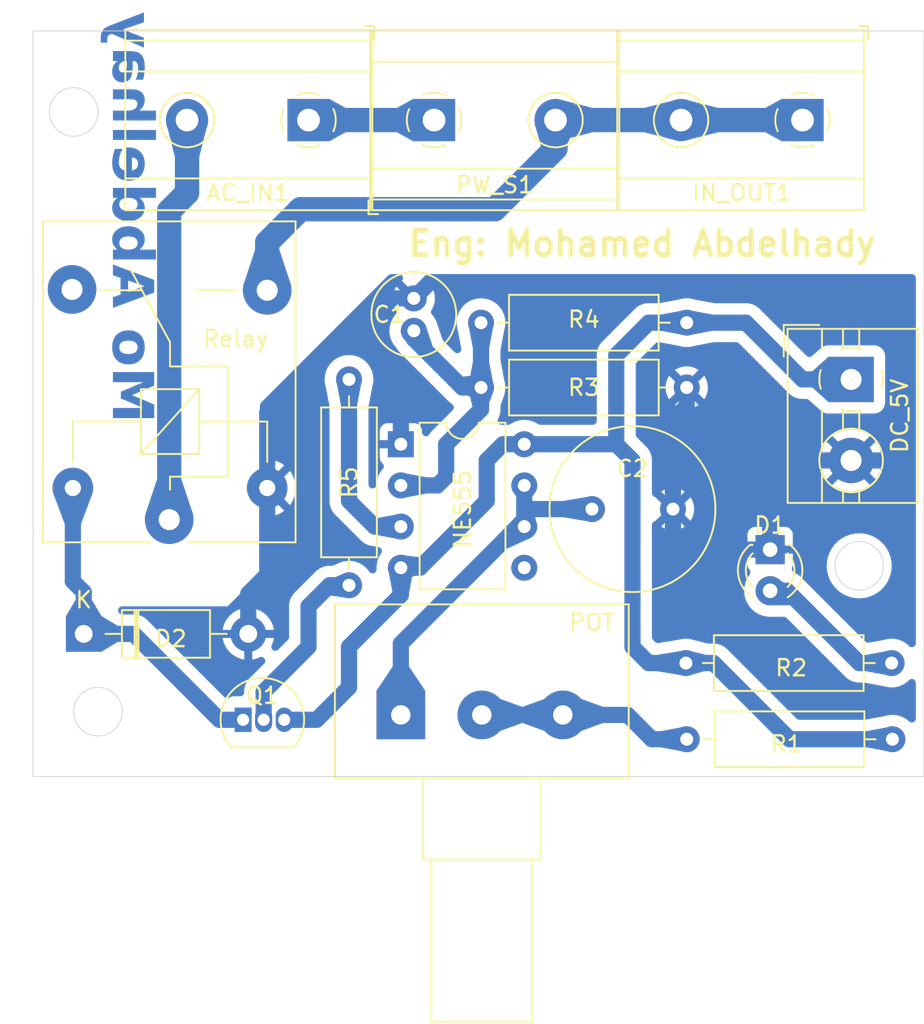
<source format=kicad_pcb>
(kicad_pcb (version 20241229) (generator "pcbnew") (generator_version "9.0")
  (layers (0 "F.Cu" signal) (2 "B.Cu" signal) (13 "F.Paste" user) (15 "B.Paste" user) (5 "F.SilkS" user "F.Silkscreen") (7 "B.SilkS" user "B.Silkscreen") (1 "F.Mask" user) (3 "B.Mask" user) (25 "Edge.Cuts" user))
  (net 0 "")
  (net 1 "Net-(U1-TR)")
  (net 2 "Net-(U1-DIS)")
  (net 3 "GND")
  (net 4 "VCC")
  (net 5 "Net-(D2-K)")
  (net 6 "Net-(Q1-B)")
  (net 7 "Net-(U1-Q)")
  (net 9 "Net-(AC_IN1-Pin_1)")
  (net 10 "Net-(AC_IN1-Pin_2)")
  (net 11 "Net-(IN_OUT1-Pin_1)")
  (net 12 "Net-(D1-A)")
  (net 13 "Net-(R100k2-Pad1)")
  (footprint "Resistor_THT:R_Axial_DIN0309_L9.0mm_D3.2mm_P12.70mm_Horizontal" (layer "F.Cu") (at 120.35 119.2)
    (property "Reference" "R1" (at 6.15 0.3 0) (layer "F.SilkS"))
    (property "Value" "100K" (hide yes))
    (fp_line (start 1.04 0) (end 1.73 0) (stroke (width 0.12)) (layer "F.SilkS"))
    (fp_line (start 1.73 -1.72) (end 1.73 1.72) (stroke (width 0.12)) (layer "F.SilkS"))
    (fp_line (start 1.73 1.72) (end 10.97 1.72) (stroke (width 0.12)) (layer "F.SilkS"))
    (fp_line (start 10.97 -1.72) (end 1.73 -1.72) (stroke (width 0.12)) (layer "F.SilkS"))
    (fp_line (start 10.97 1.72) (end 10.97 -1.72) (stroke (width 0.12)) (layer "F.SilkS"))
    (fp_line (start 11.66 0) (end 10.97 0) (stroke (width 0.12)) (layer "F.SilkS"))
    (pad "1" thru_hole circle (at 0 0) (size 1.6 1.6) (drill 0.8) (layers "*.Cu" "*.Mask") (net 13 "Net-(R100k2-Pad1)"))
    (pad "2" thru_hole oval (at 12.7 0) (size 1.6 1.6) (drill 0.8) (layers "*.Cu" "*.Mask") (net 4 "VCC"))
  )
  (footprint "Resistor_THT:R_Axial_DIN0309_L9.0mm_D3.2mm_P12.70mm_Horizontal" (layer "F.Cu") (at 120.35 97.5 180)
    (property "Reference" "R3" (at 6.35 0 0) (layer "F.SilkS"))
    (property "Value" "100K" (hide yes))
    (fp_line (start 11.66 0) (end 10.97 0) (stroke (width 0.12)) (layer "F.SilkS"))
    (fp_line (start 10.97 1.72) (end 10.97 -1.72) (stroke (width 0.12)) (layer "F.SilkS"))
    (fp_line (start 10.97 -1.72) (end 1.73 -1.72) (stroke (width 0.12)) (layer "F.SilkS"))
    (fp_line (start 1.73 1.72) (end 10.97 1.72) (stroke (width 0.12)) (layer "F.SilkS"))
    (fp_line (start 1.73 -1.72) (end 1.73 1.72) (stroke (width 0.12)) (layer "F.SilkS"))
    (fp_line (start 1.04 0) (end 1.73 0) (stroke (width 0.12)) (layer "F.SilkS"))
    (pad "1" thru_hole circle (at 0 0 180) (size 1.6 1.6) (drill 0.8) (layers "*.Cu" "*.Mask") (net 3 "GND"))
    (pad "2" thru_hole oval (at 12.7 0 180) (size 1.6 1.6) (drill 0.8) (layers "*.Cu" "*.Mask") (net 1 "Net-(U1-TR)"))
  )
  (footprint "LED_THT:LED_D3.0mm" (layer "F.Cu") (at 125.5 107.5 -90)
    (property "Reference" "D1" (at -1.5 0 180) (layer "F.SilkS"))
    (property "Value" "LED")
    (fp_line (start -0.29 1.08) (end -0.29 1.236) (stroke (width 0.12)) (layer "F.SilkS"))
    (fp_line (start -0.29 -1.236) (end -0.29 -1.08) (stroke (width 0.12)) (layer "F.SilkS"))
    (fp_arc (start 2.31113 1.079837) (mid 1.270117 1.5) (end 0.229039 1.08) (stroke (width 0.12)) (layer "F.SilkS"))
    (fp_arc (start 2.942335 1.078608) (mid 1.366487 1.987659) (end -0.29 1.235516) (stroke (width 0.12)) (layer "F.SilkS"))
    (fp_arc (start 0.229039 -1.08) (mid 1.270117 -1.5) (end 2.31113 -1.079837) (stroke (width 0.12)) (layer "F.SilkS"))
    (fp_arc (start -0.29 -1.235516) (mid 1.366487 -1.987659) (end 2.942335 -1.078608) (stroke (width 0.12)) (layer "F.SilkS"))
    (pad "1" thru_hole rect (at 0 0 270) (size 1.8 1.8) (drill 0.9) (layers "*.Cu" "*.Mask") (net 3 "GND"))
    (pad "2" thru_hole circle (at 2.54 0 270) (size 1.8 1.8) (drill 0.9) (layers "*.Cu" "*.Mask") (net 12 "Net-(D1-A)"))
  )
  (footprint "Potentiometer_THT:Potentiometer_Alps_RK163_Single_Horizontal" (layer "F.Cu") (at 102.7 117.7 90)
    (property "Reference" "POT" (at 5.7 11.8 180) (layer "F.SilkS"))
    (property "Value" "R_Potentiometer" (hide yes))
    (fp_line (start 6.82 -4.07) (end -3.92 -4.07) (stroke (width 0.12)) (layer "F.SilkS"))
    (fp_line (start -3.92 1.38) (end -8.92 1.38) (stroke (width 0.12)) (layer "F.SilkS"))
    (fp_line (start -8.92 1.88) (end -18.92 1.88) (stroke (width 0.12)) (layer "F.SilkS"))
    (fp_line (start -8.92 8.12) (end -18.92 8.12) (stroke (width 0.12)) (layer "F.SilkS"))
    (fp_line (start -18.92 8.12) (end -18.92 1.88) (stroke (width 0.12)) (layer "F.SilkS"))
    (fp_line (start -3.92 8.62) (end -8.92 8.62) (stroke (width 0.12)) (layer "F.SilkS"))
    (fp_line (start -8.92 8.62) (end -8.92 1.38) (stroke (width 0.12)) (layer "F.SilkS"))
    (fp_line (start 6.82 14.07) (end 6.82 -4.07) (stroke (width 0.12)) (layer "F.SilkS"))
    (fp_line (start 6.82 14.07) (end -3.92 14.07) (stroke (width 0.12)) (layer "F.SilkS"))
    (fp_line (start -3.92 14.07) (end -3.92 -4.07) (stroke (width 0.12)) (layer "F.SilkS"))
    (pad "1" thru_hole rect (at 0 0 270) (size 3 3) (drill 1.2) (layers "*.Cu" "*.Mask") (net 2 "Net-(U1-DIS)"))
    (pad "2" thru_hole circle (at 0 5 270) (size 3 3) (drill 1.2) (layers "*.Cu" "*.Mask") (net 13 "Net-(R100k2-Pad1)"))
    (pad "3" thru_hole circle (at 0 10 270) (size 3 3) (drill 1.2) (layers "*.Cu" "*.Mask") (net 13 "Net-(R100k2-Pad1)"))
  )
  (footprint "Relay_THT:Relay_SPDT_SANYOU_SRD_Series_Form_C" (layer "F.Cu") (at 88.4 105.65 90)
    (property "Reference" "Relay" (at 11.15 4.1 180) (layer "F.SilkS"))
    (property "Value" "5V")
    (fp_line (start 18.4 -7.8) (end 18.4 7.8) (stroke (width 0.12)) (layer "F.SilkS"))
    (fp_line (start -1.4 -7.8) (end 18.4 -7.8) (stroke (width 0.12)) (layer "F.SilkS"))
    (fp_line (start -1.4 -7.8) (end -1.4 -1.2) (stroke (width 0.12)) (layer "F.SilkS"))
    (fp_line (start 6.05 -5.95) (end 3.55 -5.95) (stroke (width 0.12)) (layer "F.SilkS"))
    (fp_line (start 6.05 -5.95) (end 6.05 -1.75) (stroke (width 0.12)) (layer "F.SilkS"))
    (fp_line (start 14.15 -4.2) (end 14.15 -1.7) (stroke (width 0.12)) (layer "F.SilkS"))
    (fp_line (start 8.05 -1.75) (end 8.05 1.85) (stroke (width 0.12)) (layer "F.SilkS"))
    (fp_line (start 4.05 -1.75) (end 8.05 -1.75) (stroke (width 0.12)) (layer "F.SilkS"))
    (fp_line (start 10.95 0.05) (end 15.55 -2.45) (stroke (width 0.12)) (layer "F.SilkS"))
    (fp_line (start 9.45 0.05) (end 10.95 0.05) (stroke (width 0.12)) (layer "F.SilkS"))
    (fp_line (start 9.45 0.05) (end 9.45 3.65) (stroke (width 0.12)) (layer "F.SilkS"))
    (fp_line (start 2.65 0.05) (end 1.85 0.05) (stroke (width 0.12)) (layer "F.SilkS"))
    (fp_line (start 2.65 0.05) (end 2.65 3.65) (stroke (width 0.12)) (layer "F.SilkS"))
    (fp_line (start -1.4 1.2) (end -1.4 7.8) (stroke (width 0.12)) (layer "F.SilkS"))
    (fp_line (start 8.05 1.85) (end 4.05 -1.75) (stroke (width 0.12)) (layer "F.SilkS"))
    (fp_line (start 8.05 1.85) (end 4.05 1.85) (stroke (width 0.12)) (layer "F.SilkS"))
    (fp_line (start 6.05 1.85) (end 6.05 6.05) (stroke (width 0.12)) (layer "F.SilkS"))
    (fp_line (start 4.05 1.85) (end 4.05 -1.75) (stroke (width 0.12)) (layer "F.SilkS"))
    (fp_line (start 9.45 3.65) (end 2.65 3.65) (stroke (width 0.12)) (layer "F.SilkS"))
    (fp_line (start 14.15 4.2) (end 14.15 1.75) (stroke (width 0.12)) (layer "F.SilkS"))
    (fp_line (start 3.55 6.05) (end 6.05 6.05) (stroke (width 0.12)) (layer "F.SilkS"))
    (fp_line (start 18.4 7.8) (end -1.4 7.8) (stroke (width 0.12)) (layer "F.SilkS"))
    (pad "1" thru_hole circle (at 0 0 180) (size 3 3) (drill 1.3) (layers "*.Cu" "*.Mask") (net 10 "Net-(AC_IN1-Pin_2)"))
    (pad "2" thru_hole circle (at 1.95 6.05 180) (size 2.5 2.5) (drill 1) (layers "*.Cu" "*.Mask") (net 3 "GND"))
    (pad "3" thru_hole circle (at 14.15 6.05 180) (size 3 3) (drill 1.3) (layers "*.Cu" "*.Mask") (net 11 "Net-(IN_OUT1-Pin_1)"))
    (pad "4" thru_hole circle (at 14.2 -6 180) (size 3 3) (drill 1.3) (layers "*.Cu" "*.Mask"))
    (pad "5" thru_hole circle (at 1.95 -5.95 180) (size 2.5 2.5) (drill 1) (layers "*.Cu" "*.Mask") (net 5 "Net-(D2-K)"))
  )
  (footprint "TerminalBlock:TerminalBlock_MaiXu_MX126-5.0-02P_1x02_P5.00mm" (layer "F.Cu") (at 130.5 97 -90)
    (property "Reference" "DC_5V" (at 2.25 -3 90) (layer "F.SilkS"))
    (property "Value" "Screw_Terminal_01x02")
    (fp_line (start -3.36 4.16) (end -1.41 4.16) (stroke (width 0.12)) (layer "F.SilkS"))
    (fp_line (start -3.12 3.92) (end 7.62 3.92) (stroke (width 0.12)) (layer "F.SilkS"))
    (fp_line (start -3.36 1.97) (end -3.36 4.16) (stroke (width 0.12)) (layer "F.SilkS"))
    (fp_line (start -3.12 1.8) (end -1.88 1.8) (stroke (width 0.12)) (layer "F.SilkS"))
    (fp_line (start 1.88 1.8) (end 4.331 1.8) (stroke (width 0.12)) (layer "F.SilkS"))
    (fp_line (start 5.67 1.8) (end 7.62 1.8) (stroke (width 0.12)) (layer "F.SilkS"))
    (fp_line (start 3.514 1.248) (end 3.514 1.248) (stroke (width 0.12)) (layer "F.SilkS"))
    (fp_line (start -3.12 0.5) (end -1.88 0.5) (stroke (width 0.12)) (layer "F.SilkS"))
    (fp_line (start 1.88 0.5) (end 3.165 0.5) (stroke (width 0.12)) (layer "F.SilkS"))
    (fp_line (start 6.836 0.5) (end 7.62 0.5) (stroke (width 0.12)) (layer "F.SilkS"))
    (fp_line (start -3.12 -0.5) (end -1.88 -0.5) (stroke (width 0.12)) (layer "F.SilkS"))
    (fp_line (start 1.88 -0.5) (end 3.165 -0.5) (stroke (width 0.12)) (layer "F.SilkS"))
    (fp_line (start 6.836 -0.5) (end 7.62 -0.5) (stroke (width 0.12)) (layer "F.SilkS"))
    (fp_line (start 6.487 -1.248) (end 6.487 -1.248) (stroke (width 0.12)) (layer "F.SilkS"))
    (fp_line (start -3.12 -4.12) (end -3.12 3.92) (stroke (width 0.12)) (layer "F.SilkS"))
    (fp_line (start -3.12 -4.12) (end 7.62 -4.12) (stroke (width 0.12)) (layer "F.SilkS"))
    (fp_line (start 7.62 -4.12) (end 7.62 3.92) (stroke (width 0.12)) (layer "F.SilkS"))
    (fp_arc (start 5.000479 1.960685) (mid 4.744554 1.943974) (end 4.493 1.894) (stroke (width 0.12)) (layer "F.SilkS"))
    (fp_arc (start 0.0335 1.960607) (mid -0.273619 1.941709) (end -0.574 1.875) (stroke (width 0.12)) (layer "F.SilkS"))
    (fp_arc (start 5.507285 1.893215) (mid 5.255831 1.943232) (end 5 1.96) (stroke (width 0.12)) (layer "F.SilkS"))
    (fp_arc (start 0.573049 1.874357) (mid 0.289707 1.938471) (end 0 1.96) (stroke (width 0.12)) (layer "F.SilkS"))
    (fp_arc (start 4.362283 1.853815) (mid 4.266136 1.817899) (end 4.172 1.777) (stroke (width 0.12)) (layer "F.SilkS"))
    (fp_arc (start 5.829295 1.77705) (mid 5.735154 1.818015) (end 5.639 1.854) (stroke (width 0.12)) (layer "F.SilkS"))
    (fp_arc (start 4.080344 1.730739) (mid 4.005728 1.688974) (end 3.933 1.644) (stroke (width 0.12)) (layer "F.SilkS"))
    (fp_arc (start 6.068362 1.644143) (mid 5.995629 1.689179) (end 5.921 1.731) (stroke (width 0.12)) (layer "F.SilkS"))
    (fp_arc (start 3.904517 1.625664) (mid 3.834649 1.576332) (end 3.767 1.524) (stroke (width 0.12)) (layer "F.SilkS"))
    (fp_arc (start 6.233457 1.523294) (mid 6.165839 1.575648) (end 6.096 1.625) (stroke (width 0.12)) (layer "F.SilkS"))
    (fp_arc (start 3.767069 1.523253) (mid 3.701799 1.468024) (end 3.639 1.41) (stroke (width 0.12)) (layer "F.SilkS"))
    (fp_arc (start 6.36213 1.410651) (mid 6.2993 1.468722) (end 6.234 1.524) (stroke (width 0.12)) (layer "F.SilkS"))
    (fp_arc (start 3.63871 1.41001) (mid 3.578502 1.349289) (end 3.521 1.286) (stroke (width 0.12)) (layer "F.SilkS"))
    (fp_arc (start 3.521125 1.286294) (mid 3.477135 1.233898) (end 3.435 1.18) (stroke (width 0.12)) (layer "F.SilkS"))
    (fp_arc (start 6.479707 1.285928) (mid 6.422207 1.349248) (end 6.362 1.41) (stroke (width 0.12)) (layer "F.SilkS"))
    (fp_arc (start 6.566102 1.179628) (mid 6.523976 1.233563) (end 6.48 1.286) (stroke (width 0.12)) (layer "F.SilkS"))
    (fp_arc (start 3.434339 1.179122) (mid 3.039994 -0.00055) (end 3.435 -1.18) (stroke (width 0.12)) (layer "F.SilkS"))
    (fp_arc (start -1.875422 0.572619) (mid -1.960893 -0.000722) (end -1.875 -0.574) (stroke (width 0.12)) (layer "F.SilkS"))
    (fp_arc (start 1.875422 -0.572619) (mid 1.960893 0.000722) (end 1.875 0.574) (stroke (width 0.12)) (layer "F.SilkS"))
    (fp_arc (start 6.565937 -1.180084) (mid 6.960805 -0.000052) (end 6.566 1.18) (stroke (width 0.12)) (layer "F.SilkS"))
    (fp_arc (start 3.434826 -1.180695) (mid 3.476985 -1.2346) (end 3.521 -1.287) (stroke (width 0.12)) (layer "F.SilkS"))
    (fp_arc (start 6.479873 -1.286364) (mid 6.523865 -1.233934) (end 6.566 -1.18) (stroke (width 0.12)) (layer "F.SilkS"))
    (fp_arc (start 3.521202 -1.287012) (mid 3.578747 -1.350293) (end 3.639 -1.411) (stroke (width 0.12)) (layer "F.SilkS"))
    (fp_arc (start 6.362286 -1.410097) (mid 6.422497 -1.349333) (end 6.48 -1.286) (stroke (width 0.12)) (layer "F.SilkS"))
    (fp_arc (start 3.638867 -1.410738) (mid 3.701698 -1.468767) (end 3.767 -1.524) (stroke (width 0.12)) (layer "F.SilkS"))
    (fp_arc (start 6.233928 -1.523341) (mid 6.2992 -1.468068) (end 6.362 -1.41) (stroke (width 0.12)) (layer "F.SilkS"))
    (fp_arc (start 3.767452 -1.524377) (mid 3.835117 -1.576689) (end 3.905 -1.626) (stroke (width 0.12)) (layer "F.SilkS"))
    (fp_arc (start 6.096479 -1.625751) (mid 6.166349 -1.576375) (end 6.234 -1.524) (stroke (width 0.12)) (layer "F.SilkS"))
    (fp_arc (start 3.93363 -1.644317) (mid 4.00637 -1.689264) (end 4.081 -1.731) (stroke (width 0.12)) (layer "F.SilkS"))
    (fp_arc (start 5.920652 -1.730826) (mid 5.995275 -1.689024) (end 6.068 -1.644) (stroke (width 0.12)) (layer "F.SilkS"))
    (fp_arc (start 4.172694 -1.777259) (mid 4.266842 -1.818121) (end 4.363 -1.854) (stroke (width 0.12)) (layer "F.SilkS"))
    (fp_arc (start 5.638712 -1.85392) (mid 5.734863 -1.817952) (end 5.829 -1.777) (stroke (width 0.12)) (layer "F.SilkS"))
    (fp_arc (start -0.572619 -1.875422) (mid 0.000722 -1.960893) (end 0.574 -1.875) (stroke (width 0.12)) (layer "F.SilkS"))
    (fp_arc (start 4.493681 -1.893473) (mid 4.74516 -1.943362) (end 5.001 -1.96) (stroke (width 0.12)) (layer "F.SilkS"))
    (fp_arc (start 5.000487 -1.960944) (mid 5.256437 -1.944104) (end 5.508 -1.894) (stroke (width 0.12)) (layer "F.SilkS"))
    (pad "1" thru_hole rect (at 0 0 270) (size 2.8 2.8) (drill 1.3) (layers "*.Cu" "*.Mask") (net 4 "VCC"))
    (pad "2" thru_hole circle (at 5 0 270) (size 2.8 2.8) (drill 1.3) (layers "*.Cu" "*.Mask") (net 3 "GND"))
  )
  (footprint "Diode_THT:D_DO-41_SOD81_P10.16mm_Horizontal" (layer "F.Cu") (at 83.12 112.7)
    (property "Reference" "D2" (at 5.38 0.3 0) (layer "F.SilkS"))
    (property "Value" "1N4007" (hide yes))
    (fp_line (start 1.34 0) (end 2.36 0) (stroke (width 0.12)) (layer "F.SilkS"))
    (fp_line (start 2.36 -1.47) (end 2.36 1.47) (stroke (width 0.12)) (layer "F.SilkS"))
    (fp_line (start 2.36 1.47) (end 7.8 1.47) (stroke (width 0.12)) (layer "F.SilkS"))
    (fp_line (start 3.14 -1.47) (end 3.14 1.47) (stroke (width 0.12)) (layer "F.SilkS"))
    (fp_line (start 3.26 -1.47) (end 3.26 1.47) (stroke (width 0.12)) (layer "F.SilkS"))
    (fp_line (start 3.38 -1.47) (end 3.38 1.47) (stroke (width 0.12)) (layer "F.SilkS"))
    (fp_line (start 7.8 -1.47) (end 2.36 -1.47) (stroke (width 0.12)) (layer "F.SilkS"))
    (fp_line (start 7.8 1.47) (end 7.8 -1.47) (stroke (width 0.12)) (layer "F.SilkS"))
    (fp_line (start 8.82 0) (end 7.8 0) (stroke (width 0.12)) (layer "F.SilkS"))
    (fp_text user "K" (at 0 -2.1 0) (layer "F.SilkS"))
    (pad "1" thru_hole rect (at 0 0) (size 2.2 2.2) (drill 1.1) (layers "*.Cu" "*.Mask") (net 5 "Net-(D2-K)"))
    (pad "2" thru_hole oval (at 10.16 0) (size 2.2 2.2) (drill 1.1) (layers "*.Cu" "*.Mask") (net 3 "GND"))
  )
  (footprint "TerminalBlock_MetzConnect:TerminalBlock_MetzConnect_Type175_RT02702HBLC_1x02_P7.50mm_Horizontal" (layer "F.Cu") (at 97 81 180)
    (property "Reference" "AC_IN1" (at 3.75 -4.5 180) (layer "F.SilkS"))
    (property "Value" "Screw_Terminal_01x02")
    (fp_line (start 11.31 -5.56) (end 11.31 5.56) (stroke (width 0.12)) (layer "F.SilkS"))
    (fp_line (start 8.775 -1.069) (end 8.728 -1.023) (stroke (width 0.12)) (layer "F.SilkS"))
    (fp_line (start 8.57 -1.275) (end 8.535 -1.239) (stroke (width 0.12)) (layer "F.SilkS"))
    (fp_line (start 6.466 1.239) (end 6.431 1.274) (stroke (width 0.12)) (layer "F.SilkS"))
    (fp_line (start 6.273 1.023) (end 6.226 1.069) (stroke (width 0.12)) (layer "F.SilkS"))
    (fp_line (start -3.81 5.56) (end 11.31 5.56) (stroke (width 0.12)) (layer "F.SilkS"))
    (fp_line (start -3.81 4.9) (end 11.31 4.9) (stroke (width 0.12)) (layer "F.SilkS"))
    (fp_line (start -3.81 3) (end 11.31 3) (stroke (width 0.12)) (layer "F.SilkS"))
    (fp_line (start -3.81 -3.6) (end 11.31 -3.6) (stroke (width 0.12)) (layer "F.SilkS"))
    (fp_line (start -3.81 -5.56) (end 11.31 -5.56) (stroke (width 0.12)) (layer "F.SilkS"))
    (fp_line (start -3.81 -5.56) (end -3.81 5.56) (stroke (width 0.12)) (layer "F.SilkS"))
    (fp_line (start -4.05 5.8) (end -3.45 5.8) (stroke (width 0.12)) (layer "F.SilkS"))
    (fp_line (start -4.05 4.96) (end -4.05 5.8) (stroke (width 0.12)) (layer "F.SilkS"))
    (fp_arc (start 1.535427 -0.683042) (mid 1.680501 0.000524) (end 1.535 0.684) (stroke (width 0.12)) (layer "F.SilkS"))
    (fp_arc (start 0.683318 1.534756) (mid 0.349292 1.643288) (end 0 1.68) (stroke (width 0.12)) (layer "F.SilkS"))
    (fp_arc (start 0.028805 1.680253) (mid -0.335551 1.646659) (end -0.684 1.535) (stroke (width 0.12)) (layer "F.SilkS"))
    (fp_arc (start -0.683042 -1.535427) (mid 0.000524 -1.680501) (end 0.684 -1.535) (stroke (width 0.12)) (layer "F.SilkS"))
    (fp_arc (start -1.535427 0.683042) (mid -1.680501 -0.000524) (end -1.535 -0.684) (stroke (width 0.12)) (layer "F.SilkS"))
    (fp_circle (center 7.5 0) (end 9.18 0) (stroke (width 0.12)) (fill no) (layer "F.SilkS"))
    (pad "1" thru_hole rect (at 0 0 180) (size 2.6 2.6) (drill 1.4) (layers "*.Cu" "*.Mask") (net 9 "Net-(AC_IN1-Pin_1)"))
    (pad "2" thru_hole circle (at 7.5 0 180) (size 2.6 2.6) (drill 1.4) (layers "*.Cu" "*.Mask") (net 10 "Net-(AC_IN1-Pin_2)"))
  )
  (footprint "Resistor_THT:R_Axial_DIN0309_L9.0mm_D3.2mm_P12.70mm_Horizontal" (layer "F.Cu") (at 133 114.5 180)
    (property "Reference" "R2" (at 6.2 -0.3 0) (layer "F.SilkS"))
    (property "Value" "220R" (hide yes))
    (fp_line (start 11.66 0) (end 10.97 0) (stroke (width 0.12)) (layer "F.SilkS"))
    (fp_line (start 10.97 1.72) (end 10.97 -1.72) (stroke (width 0.12)) (layer "F.SilkS"))
    (fp_line (start 10.97 -1.72) (end 1.73 -1.72) (stroke (width 0.12)) (layer "F.SilkS"))
    (fp_line (start 1.73 1.72) (end 10.97 1.72) (stroke (width 0.12)) (layer "F.SilkS"))
    (fp_line (start 1.73 -1.72) (end 1.73 1.72) (stroke (width 0.12)) (layer "F.SilkS"))
    (fp_line (start 1.04 0) (end 1.73 0) (stroke (width 0.12)) (layer "F.SilkS"))
    (pad "1" thru_hole circle (at 0 0 180) (size 1.6 1.6) (drill 0.8) (layers "*.Cu" "*.Mask") (net 12 "Net-(D1-A)"))
    (pad "2" thru_hole oval (at 12.7 0 180) (size 1.6 1.6) (drill 0.8) (layers "*.Cu" "*.Mask") (net 4 "VCC"))
  )
  (footprint "Package_TO_SOT_THT:TO-92L_Inline" (layer "F.Cu") (at 92.96 118)
    (property "Reference" "Q1" (at 1.19 -1.5 0) (layer "F.SilkS"))
    (property "Value" "2N3904")
    (fp_line (start -0.75 1.7) (end 3.1 1.7) (stroke (width 0.12)) (layer "F.SilkS"))
    (fp_arc (start -0.75 1.7) (mid 1.183448 -2.579449) (end 3.138611 1.690122) (stroke (width 0.12)) (layer "F.SilkS"))
    (pad "1" thru_hole rect (at 0 0) (size 1.05 1.5) (drill 0.75) (layers "*.Cu" "*.Mask") (net 5 "Net-(D2-K)"))
    (pad "2" thru_hole oval (at 1.27 0) (size 1.05 1.5) (drill 0.75) (layers "*.Cu" "*.Mask") (net 6 "Net-(Q1-B)"))
    (pad "3" thru_hole oval (at 2.54 0) (size 1.05 1.5) (drill 0.75) (layers "*.Cu" "*.Mask") (net 4 "VCC"))
  )
  (footprint "Resistor_THT:R_Axial_DIN0309_L9.0mm_D3.2mm_P12.70mm_Horizontal" (layer "F.Cu") (at 99.5 97 -90)
    (property "Reference" "R5" (at 6.35 0 90) (layer "F.SilkS"))
    (property "Value" "500R")
    (fp_line (start 1.73 1.72) (end 10.97 1.72) (stroke (width 0.12)) (layer "F.SilkS"))
    (fp_line (start 10.97 1.72) (end 10.97 -1.72) (stroke (width 0.12)) (layer "F.SilkS"))
    (fp_line (start 1.04 0) (end 1.73 0) (stroke (width 0.12)) (layer "F.SilkS"))
    (fp_line (start 11.66 0) (end 10.97 0) (stroke (width 0.12)) (layer "F.SilkS"))
    (fp_line (start 1.73 -1.72) (end 1.73 1.72) (stroke (width 0.12)) (layer "F.SilkS"))
    (fp_line (start 10.97 -1.72) (end 1.73 -1.72) (stroke (width 0.12)) (layer "F.SilkS"))
    (pad "1" thru_hole circle (at 0 0 270) (size 1.6 1.6) (drill 0.8) (layers "*.Cu" "*.Mask") (net 7 "Net-(U1-Q)"))
    (pad "2" thru_hole oval (at 12.7 0 270) (size 1.6 1.6) (drill 0.8) (layers "*.Cu" "*.Mask") (net 6 "Net-(Q1-B)"))
  )
  (footprint "Capacitor_THT:C_Radial_D5.0mm_H11.0mm_P2.00mm" (layer "F.Cu") (at 103.5 94 90)
    (property "Reference" "C1" (at 1 -1.5 180) (layer "F.SilkS"))
    (property "Value" "1uF")
    (fp_circle (center 1 0) (end 3.62 0) (stroke (width 0.12)) (fill no) (layer "F.SilkS"))
    (pad "1" thru_hole circle (at 0 0 90) (size 1.6 1.6) (drill 0.8) (layers "*.Cu" "*.Mask") (net 1 "Net-(U1-TR)"))
    (pad "2" thru_hole circle (at 2 0 90) (size 1.6 1.6) (drill 0.8) (layers "*.Cu" "*.Mask") (net 3 "GND"))
  )
  (footprint "Resistor_THT:R_Axial_DIN0309_L9.0mm_D3.2mm_P12.70mm_Horizontal" (layer "F.Cu") (at 120.35 93.5 180)
    (property "Reference" "R4" (at 6.35 0.2 0) (layer "F.SilkS"))
    (property "Value" "10K" (hide yes))
    (fp_line (start 11.66 0) (end 10.97 0) (stroke (width 0.12)) (layer "F.SilkS"))
    (fp_line (start 10.97 1.72) (end 10.97 -1.72) (stroke (width 0.12)) (layer "F.SilkS"))
    (fp_line (start 10.97 -1.72) (end 1.73 -1.72) (stroke (width 0.12)) (layer "F.SilkS"))
    (fp_line (start 1.73 1.72) (end 10.97 1.72) (stroke (width 0.12)) (layer "F.SilkS"))
    (fp_line (start 1.73 -1.72) (end 1.73 1.72) (stroke (width 0.12)) (layer "F.SilkS"))
    (fp_line (start 1.04 0) (end 1.73 0) (stroke (width 0.12)) (layer "F.SilkS"))
    (pad "1" thru_hole circle (at 0 0 180) (size 1.6 1.6) (drill 0.8) (layers "*.Cu" "*.Mask") (net 4 "VCC"))
    (pad "2" thru_hole oval (at 12.7 0 180) (size 1.6 1.6) (drill 0.8) (layers "*.Cu" "*.Mask") (net 1 "Net-(U1-TR)"))
  )
  (footprint "TerminalBlock_MetzConnect:TerminalBlock_MetzConnect_Type175_RT02702HBLC_1x02_P7.50mm_Horizontal" (layer "F.Cu") (at 104.75 81)
    (property "Reference" "PW_S1" (at 3.75 4 0) (layer "F.SilkS"))
    (property "Value" "Screw_Terminal_01x02")
    (fp_line (start -4.05 4.96) (end -4.05 5.8) (stroke (width 0.12)) (layer "F.SilkS"))
    (fp_line (start -4.05 5.8) (end -3.45 5.8) (stroke (width 0.12)) (layer "F.SilkS"))
    (fp_line (start -3.81 -5.56) (end -3.81 5.56) (stroke (width 0.12)) (layer "F.SilkS"))
    (fp_line (start -3.81 -5.56) (end 11.31 -5.56) (stroke (width 0.12)) (layer "F.SilkS"))
    (fp_line (start -3.81 -3.6) (end 11.31 -3.6) (stroke (width 0.12)) (layer "F.SilkS"))
    (fp_line (start -3.81 3) (end 11.31 3) (stroke (width 0.12)) (layer "F.SilkS"))
    (fp_line (start -3.81 4.9) (end 11.31 4.9) (stroke (width 0.12)) (layer "F.SilkS"))
    (fp_line (start -3.81 5.56) (end 11.31 5.56) (stroke (width 0.12)) (layer "F.SilkS"))
    (fp_line (start 6.273 1.023) (end 6.226 1.069) (stroke (width 0.12)) (layer "F.SilkS"))
    (fp_line (start 6.466 1.239) (end 6.431 1.274) (stroke (width 0.12)) (layer "F.SilkS"))
    (fp_line (start 8.57 -1.275) (end 8.535 -1.239) (stroke (width 0.12)) (layer "F.SilkS"))
    (fp_line (start 8.775 -1.069) (end 8.728 -1.023) (stroke (width 0.12)) (layer "F.SilkS"))
    (fp_line (start 11.31 -5.56) (end 11.31 5.56) (stroke (width 0.12)) (layer "F.SilkS"))
    (fp_arc (start -1.535427 0.683042) (mid -1.680501 -0.000524) (end -1.535 -0.684) (stroke (width 0.12)) (layer "F.SilkS"))
    (fp_arc (start -0.683042 -1.535427) (mid 0.000524 -1.680501) (end 0.684 -1.535) (stroke (width 0.12)) (layer "F.SilkS"))
    (fp_arc (start 0.028805 1.680253) (mid -0.335551 1.646659) (end -0.684 1.535) (stroke (width 0.12)) (layer "F.SilkS"))
    (fp_arc (start 0.683318 1.534756) (mid 0.349292 1.643288) (end 0 1.68) (stroke (width 0.12)) (layer "F.SilkS"))
    (fp_arc (start 1.535427 -0.683042) (mid 1.680501 0.000524) (end 1.535 0.684) (stroke (width 0.12)) (layer "F.SilkS"))
    (fp_circle (center 7.5 0) (end 9.18 0) (stroke (width 0.12)) (fill no) (layer "F.SilkS"))
    (pad "1" thru_hole rect (at 0 0) (size 2.6 2.6) (drill 1.4) (layers "*.Cu" "*.Mask") (net 9 "Net-(AC_IN1-Pin_1)"))
    (pad "2" thru_hole circle (at 7.5 0) (size 2.6 2.6) (drill 1.4) (layers "*.Cu" "*.Mask") (net 11 "Net-(IN_OUT1-Pin_1)"))
  )
  (footprint "TerminalBlock_MetzConnect:TerminalBlock_MetzConnect_Type175_RT02702HBLC_1x02_P7.50mm_Horizontal" (layer "F.Cu") (at 127.5 81 180)
    (property "Reference" "IN_OUT1" (at 3.75 -4.5 180) (layer "F.SilkS"))
    (property "Value" "Screw_Terminal_01x02")
    (fp_line (start 11.31 -5.56) (end 11.31 5.56) (stroke (width 0.12)) (layer "F.SilkS"))
    (fp_line (start 8.775 -1.069) (end 8.728 -1.023) (stroke (width 0.12)) (layer "F.SilkS"))
    (fp_line (start 8.57 -1.275) (end 8.535 -1.239) (stroke (width 0.12)) (layer "F.SilkS"))
    (fp_line (start 6.466 1.239) (end 6.431 1.274) (stroke (width 0.12)) (layer "F.SilkS"))
    (fp_line (start 6.273 1.023) (end 6.226 1.069) (stroke (width 0.12)) (layer "F.SilkS"))
    (fp_line (start -3.81 5.56) (end 11.31 5.56) (stroke (width 0.12)) (layer "F.SilkS"))
    (fp_line (start -3.81 4.9) (end 11.31 4.9) (stroke (width 0.12)) (layer "F.SilkS"))
    (fp_line (start -3.81 3) (end 11.31 3) (stroke (width 0.12)) (layer "F.SilkS"))
    (fp_line (start -3.81 -3.6) (end 11.31 -3.6) (stroke (width 0.12)) (layer "F.SilkS"))
    (fp_line (start -3.81 -5.56) (end 11.31 -5.56) (stroke (width 0.12)) (layer "F.SilkS"))
    (fp_line (start -3.81 -5.56) (end -3.81 5.56) (stroke (width 0.12)) (layer "F.SilkS"))
    (fp_line (start -4.05 5.8) (end -3.45 5.8) (stroke (width 0.12)) (layer "F.SilkS"))
    (fp_line (start -4.05 4.96) (end -4.05 5.8) (stroke (width 0.12)) (layer "F.SilkS"))
    (fp_arc (start 1.535427 -0.683042) (mid 1.680501 0.000524) (end 1.535 0.684) (stroke (width 0.12)) (layer "F.SilkS"))
    (fp_arc (start 0.683318 1.534756) (mid 0.349292 1.643288) (end 0 1.68) (stroke (width 0.12)) (layer "F.SilkS"))
    (fp_arc (start 0.028805 1.680253) (mid -0.335551 1.646659) (end -0.684 1.535) (stroke (width 0.12)) (layer "F.SilkS"))
    (fp_arc (start -0.683042 -1.535427) (mid 0.000524 -1.680501) (end 0.684 -1.535) (stroke (width 0.12)) (layer "F.SilkS"))
    (fp_arc (start -1.535427 0.683042) (mid -1.680501 -0.000524) (end -1.535 -0.684) (stroke (width 0.12)) (layer "F.SilkS"))
    (fp_circle (center 7.5 0) (end 9.18 0) (stroke (width 0.12)) (fill no) (layer "F.SilkS"))
    (pad "1" thru_hole rect (at 0 0 180) (size 2.6 2.6) (drill 1.4) (layers "*.Cu" "*.Mask") (net 11 "Net-(IN_OUT1-Pin_1)"))
    (pad "2" thru_hole circle (at 7.5 0 180) (size 2.6 2.6) (drill 1.4) (layers "*.Cu" "*.Mask") (net 11 "Net-(IN_OUT1-Pin_1)"))
  )
  (footprint "Package_DIP:DIP-8_W7.62mm" (layer "F.Cu") (at 102.7 101)
    (property "Reference" "NE555" (at 3.81 4 90) (layer "F.SilkS"))
    (property "Value" "NE555P")
    (fp_line (start 1.16 -1.33) (end 1.16 8.95) (stroke (width 0.12)) (layer "F.SilkS"))
    (fp_line (start 1.16 8.95) (end 6.46 8.95) (stroke (width 0.12)) (layer "F.SilkS"))
    (fp_line (start 2.81 -1.33) (end 1.16 -1.33) (stroke (width 0.12)) (layer "F.SilkS"))
    (fp_line (start 6.46 -1.33) (end 4.81 -1.33) (stroke (width 0.12)) (layer "F.SilkS"))
    (fp_line (start 6.46 8.95) (end 6.46 -1.33) (stroke (width 0.12)) (layer "F.SilkS"))
    (fp_arc (start 4.81 -1.33) (mid 3.81 -0.33) (end 2.81 -1.33) (stroke (width 0.12)) (layer "F.SilkS"))
    (pad "1" thru_hole rect (at 0 0) (size 1.6 1.6) (drill 0.8) (layers "*.Cu" "*.Mask") (net 3 "GND"))
    (pad "2" thru_hole oval (at 0 2.54) (size 1.6 1.6) (drill 0.8) (layers "*.Cu" "*.Mask") (net 1 "Net-(U1-TR)"))
    (pad "3" thru_hole oval (at 0 5.08) (size 1.6 1.6) (drill 0.8) (layers "*.Cu" "*.Mask") (net 7 "Net-(U1-Q)"))
    (pad "4" thru_hole oval (at 0 7.62) (size 1.6 1.6) (drill 0.8) (layers "*.Cu" "*.Mask") (net 4 "VCC"))
    (pad "5" thru_hole oval (at 7.62 7.62) (size 1.6 1.6) (drill 0.8) (layers "*.Cu" "*.Mask"))
    (pad "6" thru_hole oval (at 7.62 5.08) (size 1.6 1.6) (drill 0.8) (layers "*.Cu" "*.Mask") (net 2 "Net-(U1-DIS)"))
    (pad "7" thru_hole oval (at 7.62 2.54) (size 1.6 1.6) (drill 0.8) (layers "*.Cu" "*.Mask") (net 2 "Net-(U1-DIS)"))
    (pad "8" thru_hole oval (at 7.62 0) (size 1.6 1.6) (drill 0.8) (layers "*.Cu" "*.Mask") (net 4 "VCC"))
  )
  (footprint "Capacitor_THT:C_Radial_D10.0mm_H12.5mm_P5.00mm" (layer "F.Cu") (at 114.501 105)
    (property "Reference" "C2" (at 2.5 -2.5 0) (layer "F.SilkS"))
    (property "Value" "470uF")
    (fp_circle (center 2.5 0) (end 7.62 0) (stroke (width 0.12)) (fill no) (layer "F.SilkS"))
    (pad "1" thru_hole circle (at 0 0) (size 1.6 1.6) (drill 0.8) (layers "*.Cu" "*.Mask") (net 2 "Net-(U1-DIS)"))
    (pad "2" thru_hole circle (at 5 0) (size 1.6 1.6) (drill 0.8) (layers "*.Cu" "*.Mask") (net 3 "GND"))
  )
  (gr_circle (center 84 117.5) (end 85.5 117.5) (stroke (width 0.05)) (fill no) (layer "Edge.Cuts"))
  (gr_rect (start 80 75.5) (end 135 121.5) (stroke (width 0.05)) (fill no) (layer "Edge.Cuts"))
  (gr_circle (center 82.5 80.5) (end 84 80.5) (stroke (width 0.05)) (fill no) (layer "Edge.Cuts"))
  (gr_circle (center 131 108.5) (end 132.5 108.5) (stroke (width 0.05)) (fill no) (layer "Edge.Cuts"))
  (gr_text "Mo Abdelhay" (at 84.5 87 270) (layer "B.Cu") (effects (font (size 2.5 2.5) (thickness 0.25) (bold yes)) (justify bottom mirror)))
  (gr_text "Eng: Mohamed Abdelhady" (at 103 89.5 0) (layer "F.SilkS") (effects (font (size 1.5 1.5) (thickness 0.3) (bold yes)) (justify left bottom)))
  (segment (start 107.65 93.5) (end 107.65 97.5) (width 1) (layer "B.Cu") (net 1))
  (segment (start 106.5 97.5) (end 107.65 97.5) (width 1) (layer "B.Cu") (net 1))
  (segment (start 103.5 94.5) (end 106 97) (width 1) (layer "B.Cu") (net 1))
  (segment (start 107.65 98.85) (end 107.65 97.5) (width 1) (layer "B.Cu") (net 1))
  (segment (start 105.5 101) (end 107.65 98.85) (width 1) (layer "B.Cu") (net 1))
  (segment (start 103.5 94) (end 103.5 94.5) (width 1) (layer "B.Cu") (net 1))
  (segment (start 102.7 103.54) (end 104.96 103.54) (width 1) (layer "B.Cu") (net 1))
  (segment (start 106 97) (end 106.5 97.5) (width 1) (layer "B.Cu") (net 1))
  (segment (start 104.96 103.54) (end 105.5 103) (width 1) (layer "B.Cu") (net 1))
  (segment (start 105.5 103) (end 105.5 101) (width 1) (layer "B.Cu") (net 1))
  (segment (start 102.7 113.3) (end 102.7 117.7) (width 1) (layer "B.Cu") (net 2))
  (segment (start 110.32 105) (end 110.32 106.08) (width 1) (layer "B.Cu") (net 2))
  (segment (start 109.92 106.08) (end 102.7 113.3) (width 1) (layer "B.Cu") (net 2))
  (segment (start 110.32 103.54) (end 110.32 105) (width 1) (layer "B.Cu") (net 2))
  (segment (start 114.501 105) (end 110.321 105) (width 1) (layer "B.Cu") (net 2))
  (segment (start 110.32 106.08) (end 109.92 106.08) (width 1) (layer "B.Cu") (net 2))
  (segment (start 119.5 105) (end 119.5 106.5) (width 1) (layer "B.Cu") (net 3))
  (segment (start 130.5 102) (end 133 102) (width 1) (layer "B.Cu") (net 3))
  (segment (start 119.5 106.5) (end 120.5 107.5) (width 1) (layer "B.Cu") (net 3))
  (segment (start 120.35 98.65) (end 120.35 97.5) (width 1) (layer "B.Cu") (net 3))
  (segment (start 125.5 107.5) (end 125.5 103.5) (width 1) (layer "B.Cu") (net 3))
  (segment (start 130.5 91) (end 104.5 91) (width 1) (layer "B.Cu") (net 3))
  (segment (start 133 102) (end 133.5 101.5) (width 1) (layer "B.Cu") (net 3))
  (segment (start 93.28 110.22) (end 93.28 112.7) (width 1) (layer "B.Cu") (net 3))
  (segment (start 94.45 99.05) (end 94.45 103.7) (width 1) (layer "B.Cu") (net 3))
  (segment (start 127 102) (end 130.5 102) (width 1) (layer "B.Cu") (net 3))
  (segment (start 102.7 101) (end 102.7 96.7) (width 1) (layer "B.Cu") (net 3))
  (segment (start 133.5 94) (end 130.5 91) (width 1) (layer "B.Cu") (net 3))
  (segment (start 104.5 91) (end 103.5 92) (width 1) (layer "B.Cu") (net 3))
  (segment (start 120.5 107.5) (end 125.5 107.5) (width 1) (layer "B.Cu") (net 3))
  (segment (start 100 94) (end 99.5 94) (width 1) (layer "B.Cu") (net 3))
  (segment (start 119.5 99.5) (end 120.35 98.65) (width 1) (layer "B.Cu") (net 3))
  (segment (start 133.5 101.5) (end 133.5 94) (width 1) (layer "B.Cu") (net 3))
  (segment (start 94.45 109.05) (end 93.28 110.22) (width 1) (layer "B.Cu") (net 3))
  (segment (start 102.7 96.7) (end 100 94) (width 1) (layer "B.Cu") (net 3))
  (segment (start 94.45 99.05) (end 100 93.5) (width 1) (layer "B.Cu") (net 3))
  (segment (start 102.5 100.8) (end 102.7 101) (width 1) (layer "B.Cu") (net 3))
  (segment (start 125.5 103.5) (end 127 102) (width 1) (layer "B.Cu") (net 3))
  (segment (start 94.45 103.7) (end 94.45 109.05) (width 1) (layer "B.Cu") (net 3))
  (segment (start 119.5 105) (end 119.5 99.5) (width 1) (layer "B.Cu") (net 3))
  (segment (start 103.5 92) (end 101.5 92) (width 1) (layer "B.Cu") (net 3))
  (segment (start 101.5 92) (end 100 93.5) (width 1) (layer "B.Cu") (net 3))
  (segment (start 117 102) (end 117 113.5) (width 1) (layer "B.Cu") (net 4))
  (segment (start 117 113.5) (end 118 114.5) (width 1) (layer "B.Cu") (net 4))
  (segment (start 116 101) (end 116 95.5) (width 1) (layer "B.Cu") (net 4))
  (segment (start 118 114.5) (end 120.3 114.5) (width 1) (layer "B.Cu") (net 4))
  (segment (start 120.3 114.5) (end 122 114.5) (width 1) (layer "B.Cu") (net 4))
  (segment (start 97.5 118) (end 99.5 116) (width 1) (layer "B.Cu") (net 4))
  (segment (start 103.88 108.62) (end 108 104.5) (width 1) (layer "B.Cu") (net 4))
  (segment (start 108 102) (end 109 101) (width 1) (layer "B.Cu") (net 4))
  (segment (start 127.5 97) (end 124 93.5) (width 1) (layer "B.Cu") (net 4))
  (segment (start 102.7 110.3) (end 102.7 108.62) (width 1) (layer "B.Cu") (net 4))
  (segment (start 122 114.5) (end 126.7 119.2) (width 1) (layer "B.Cu") (net 4))
  (segment (start 126.7 119.2) (end 133.05 119.2) (width 1) (layer "B.Cu") (net 4))
  (segment (start 108 104.5) (end 108 102) (width 1) (layer "B.Cu") (net 4))
  (segment (start 124 93.5) (end 120.35 93.5) (width 1) (layer "B.Cu") (net 4))
  (segment (start 127.5 97) (end 130.5 97) (width 1) (layer "B.Cu") (net 4))
  (segment (start 102.7 108.62) (end 103.88 108.62) (width 1) (layer "B.Cu") (net 4))
  (segment (start 109 101) (end 116 101) (width 1) (layer "B.Cu") (net 4))
  (segment (start 116 101) (end 117 102) (width 1) (layer "B.Cu") (net 4))
  (segment (start 116 95.5) (end 118 93.5) (width 1) (layer "B.Cu") (net 4))
  (segment (start 99.5 113.5) (end 102.7 110.3) (width 1) (layer "B.Cu") (net 4))
  (segment (start 99.5 116) (end 99.5 113.5) (width 1) (layer "B.Cu") (net 4))
  (segment (start 118 93.5) (end 120.35 93.5) (width 1) (layer "B.Cu") (net 4))
  (segment (start 95.5 118) (end 97.5 118) (width 1) (layer "B.Cu") (net 4))
  (segment (start 91.5 118) (end 92.96 118) (width 1) (layer "B.Cu") (net 5))
  (segment (start 83.12 110.12) (end 82.45 109.45) (width 1) (layer "B.Cu") (net 5))
  (segment (start 82.45 109.45) (end 82.45 103.7) (width 1) (layer "B.Cu") (net 5))
  (segment (start 83.12 112.7) (end 83.12 110.12) (width 1) (layer "B.Cu") (net 5))
  (segment (start 86.2 112.7) (end 91.5 118) (width 1) (layer "B.Cu") (net 5))
  (segment (start 83.12 112.7) (end 86.2 112.7) (width 1) (layer "B.Cu") (net 5))
  (segment (start 94.23 116.27) (end 97 113.5) (width 1) (layer "B.Cu") (net 6))
  (segment (start 97 111) (end 98.3 109.7) (width 1) (layer "B.Cu") (net 6))
  (segment (start 94.23 118) (end 94.23 116.27) (width 1) (layer "B.Cu") (net 6))
  (segment (start 97 113.5) (end 97 111) (width 1) (layer "B.Cu") (net 6))
  (segment (start 98.3 109.7) (end 99.5 109.7) (width 1) (layer "B.Cu") (net 6))
  (segment (start 102.7 106.08) (end 101.08 106.08) (width 1) (layer "B.Cu") (net 7))
  (segment (start 101.08 106.08) (end 99.5 104.5) (width 1) (layer "B.Cu") (net 7))
  (segment (start 99.5 104.5) (end 99.5 97) (width 1) (layer "B.Cu") (net 7))
  (segment (start 97 81) (end 104.75 81) (width 1.5) (layer "B.Cu") (net 9))
  (segment (start 89.5 81) (end 89.5 85.5) (width 1.5) (layer "B.Cu") (net 10))
  (segment (start 89.5 85.5) (end 88.4 86.6) (width 1.5) (layer "B.Cu") (net 10))
  (segment (start 88.4 86.6) (end 88.4 105.65) (width 1.5) (layer "B.Cu") (net 10))
  (segment (start 127.5 81) (end 120 81) (width 1.5) (layer "B.Cu") (net 11))
  (segment (start 120 81) (end 112.25 81) (width 1.5) (layer "B.Cu") (net 11))
  (segment (start 112.25 82.75) (end 112.25 81) (width 1.5) (layer "B.Cu") (net 11))
  (segment (start 108.5 86.5) (end 112.25 82.75) (width 1.5) (layer "B.Cu") (net 11))
  (segment (start 94.45 91.5) (end 94.45 88.55) (width 1.5) (layer "B.Cu") (net 11))
  (segment (start 94.45 88.55) (end 96.5 86.5) (width 1.5) (layer "B.Cu") (net 11))
  (segment (start 96.5 86.5) (end 108.5 86.5) (width 1.5) (layer "B.Cu") (net 11))
  (segment (start 126.54 110.04) (end 131 114.5) (width 1) (layer "B.Cu") (net 12))
  (segment (start 131 114.5) (end 133 114.5) (width 1) (layer "B.Cu") (net 12))
  (segment (start 125.5 110.04) (end 126.54 110.04) (width 1) (layer "B.Cu") (net 12))
  (segment (start 116.7 117.7) (end 118.2 119.2) (width 1) (layer "B.Cu") (net 13))
  (segment (start 112.7 117.7) (end 116.7 117.7) (width 1) (layer "B.Cu") (net 13))
  (segment (start 118.2 119.2) (end 120.35 119.2) (width 1) (layer "B.Cu") (net 13))
  (segment (start 107.7 117.7) (end 112.7 117.7) (width 1) (layer "B.Cu") (net 13))
  (zone (net 3) (net_name "GND") (layer "B.Cu") (connect_pads (clearance 0.7)) (min_thickness 0.5) (fill yes (thermal_gap 0.5) (thermal_bridge_width 0.5))
    (polygon (pts (xy 135 90.5) (xy 102 90.5) (xy 94 98.5) (xy 94 109) (xy 92 111) (xy 82 111) (xy 82 121.5) (xy 135 121.5)))
  )
)
</source>
